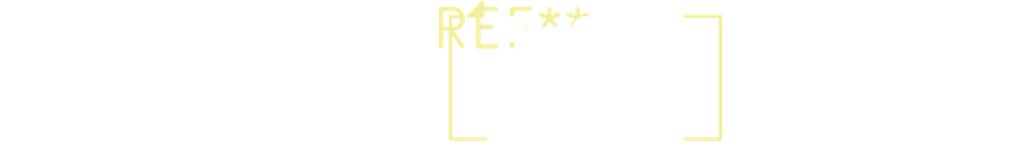
<source format=kicad_pcb>
(kicad_pcb (version 20240108) (generator pcbnew)
  (layers (0 "F.Cu" signal) (31 "B.Cu" signal) (34 "B.Paste" user) (35 "F.Paste" user) (36 "B.SilkS" user "B.Silkscreen") (37 "F.SilkS" user "F.Silkscreen") (38 "B.Mask" user) (39 "F.Mask" user) (44 "Edge.Cuts" user))
  (net 0 "")
  (footprint "SW_CK_JS202011CQN_DPDT_Straight" (layer "F.Cu") (at 0 0)
    (property "Reference" "REF**")
    (property "Value" "SW_CK_JS202011CQN_DPDT_Straight")
    (fp_line (start -2.1 -0.45) (end -2.1 3.75) (layer "F.SilkS") (stroke (width 0.12)))
    (fp_line (start -2.1 3.75) (end -0.9 3.75) (layer "F.SilkS") (stroke (width 0.12)))
    (fp_line (start -1.75 -0.45) (end -2.1 -0.45) (layer "F.SilkS") (stroke (width 0.12)))
    (fp_line (start 5.9 -0.45) (end 7.1 -0.45) (layer "F.SilkS") (stroke (width 0.12)))
    (fp_line (start 7.1 -0.45) (end 7.1 3.75) (layer "F.SilkS") (stroke (width 0.12)))
    (fp_line (start 7.1 3.75) (end 5.9 3.75) (layer "F.SilkS") (stroke (width 0.12)))
    (fp_poly (pts (xy -1 -0.45) (xy -1.48 -0.45) (xy -1 -0.93) (xy -1 -0.45)) (layer "F.SilkS") (stroke (width 0.12)) (fill solid))
    (pad "1" thru_hole roundrect (at 0 0) (size 1.4 1.4) (drill 0.9) (layers *.Cu *.Mask) (remove_unused_layers) (roundrect_rratio 0.1785714286))
    (pad "2" thru_hole circle (at 2.5 0) (size 1.4 1.4) (drill 0.9) (layers *.Cu *.Mask) (remove_unused_layers))
    (pad "3" thru_hole circle (at 5 0) (size 1.4 1.4) (drill 0.9) (layers *.Cu *.Mask) (remove_unused_layers))
    (pad "4" thru_hole circle (at 5 3.3) (size 1.4 1.4) (drill 0.9) (layers *.Cu *.Mask) (remove_unused_layers))
    (pad "5" thru_hole circle (at 2.5 3.3) (size 1.4 1.4) (drill 0.9) (layers *.Cu *.Mask) (remove_unused_layers))
    (pad "6" thru_hole circle (at 0 3.3) (size 1.4 1.4) (drill 0.9) (layers *.Cu *.Mask) (remove_unused_layers))
  )
)
</source>
